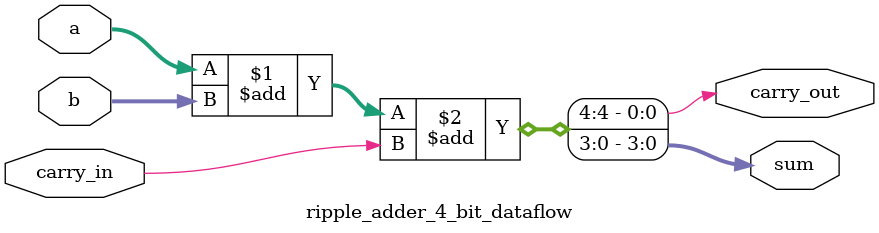
<source format=v>
module ripple_adder_4_bit_dataflow (
    input [3:0] a,
    input [3:0] b,
    input carry_in,
    output [3:0] sum,
    output carry_out
    );

    assign {carry_out, sum} = a + b + carry_in;

endmodule
</source>
